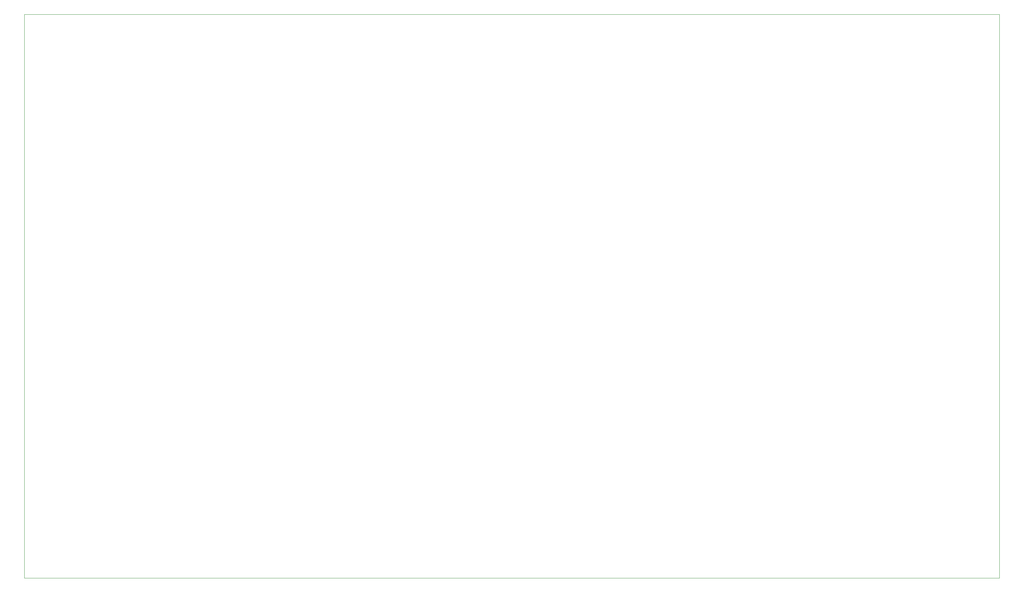
<source format=gm1>
G04 #@! TF.GenerationSoftware,KiCad,Pcbnew,7.0.11*
G04 #@! TF.CreationDate,2024-11-21T01:14:32-06:00*
G04 #@! TF.ProjectId,Sardinia_v0.2,53617264-696e-4696-915f-76302e322e6b,rev?*
G04 #@! TF.SameCoordinates,Original*
G04 #@! TF.FileFunction,Profile,NP*
%FSLAX46Y46*%
G04 Gerber Fmt 4.6, Leading zero omitted, Abs format (unit mm)*
G04 Created by KiCad (PCBNEW 7.0.11) date 2024-11-21 01:14:32*
%MOMM*%
%LPD*%
G01*
G04 APERTURE LIST*
G04 #@! TA.AperFunction,Profile*
%ADD10C,0.038100*%
G04 #@! TD*
G04 APERTURE END LIST*
D10*
X279400000Y-158750000D02*
X38100000Y-158750000D01*
X279400000Y-19050000D02*
X279400000Y-158750000D01*
X38100000Y-158750000D02*
X38100000Y-19050000D01*
X38100000Y-19050000D02*
X279400000Y-19050000D01*
M02*

</source>
